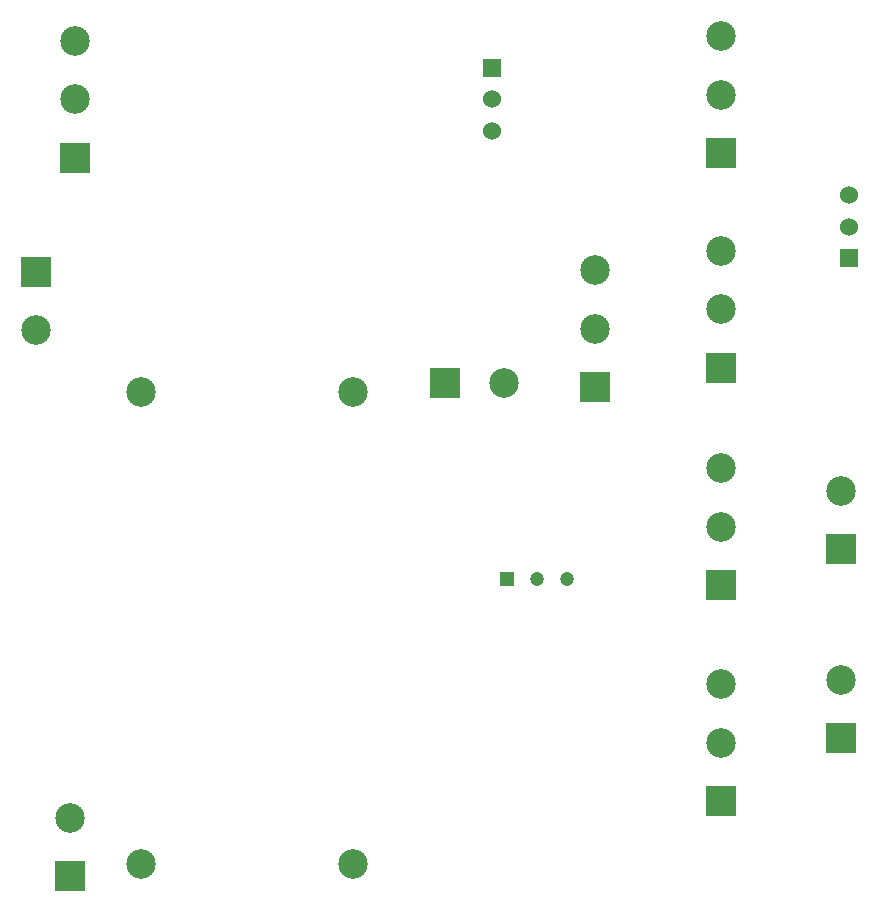
<source format=gbr>
%TF.GenerationSoftware,Altium Limited,Altium Designer,20.2.4 (192)*%
G04 Layer_Physical_Order=1*
G04 Layer_Color=255*
%FSLAX45Y45*%
%MOMM*%
%TF.SameCoordinates,483BC9C7-C9DC-4D12-9878-F5ACEA5A61B7*%
%TF.FilePolarity,Positive*%
%TF.FileFunction,Copper,L1,Top,Signal*%
%TF.Part,Single*%
G01*
G75*
%TA.AperFunction,ComponentPad*%
%ADD10R,2.50000X2.50000*%
%ADD11C,2.50000*%
%ADD12C,1.52400*%
%ADD13R,1.52400X1.52400*%
%ADD14R,2.50000X2.50000*%
%ADD15R,1.20000X1.20000*%
%ADD16C,1.20000*%
D10*
X3657600Y8267700D02*
D03*
X9461500Y3784600D02*
D03*
Y5613400D02*
D03*
Y7454900D02*
D03*
Y9271000D02*
D03*
X3987800Y9232900D02*
D03*
X10477500Y5918200D02*
D03*
Y4318000D02*
D03*
X8394700Y7289800D02*
D03*
X3949700Y3149600D02*
D03*
D11*
X3657600Y7772400D02*
D03*
X9461500Y4775200D02*
D03*
Y4279900D02*
D03*
Y6604000D02*
D03*
Y6108700D02*
D03*
Y8445500D02*
D03*
Y7950200D02*
D03*
Y10261600D02*
D03*
Y9766300D02*
D03*
X3987800Y10223500D02*
D03*
Y9728200D02*
D03*
X10477500Y6413500D02*
D03*
Y4813300D02*
D03*
X7620000Y7327900D02*
D03*
X8394700Y8280400D02*
D03*
Y7785100D02*
D03*
X3949700Y3644900D02*
D03*
X4546600Y3251700D02*
D03*
X6346600D02*
D03*
Y7251700D02*
D03*
X4546600D02*
D03*
D12*
X7518400Y9728200D02*
D03*
Y9461500D02*
D03*
X10541000Y8915400D02*
D03*
Y8648700D02*
D03*
D13*
X7518400Y9994900D02*
D03*
X10541000Y8382000D02*
D03*
D14*
X7124700Y7327900D02*
D03*
D15*
X7645400Y5664200D02*
D03*
D16*
X7899400D02*
D03*
X8153400D02*
D03*
%TF.MD5,3961f5dc7eac6c8e75476eb7f8806f0a*%
M02*

</source>
